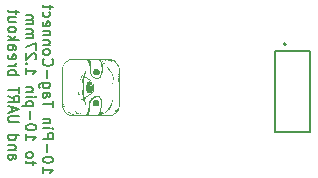
<source format=gbr>
%TF.GenerationSoftware,KiCad,Pcbnew,8.0.3*%
%TF.CreationDate,2024-06-23T22:17:52-05:00*%
%TF.ProjectId,TagConnectAdapter,54616743-6f6e-46e6-9563-744164617074,rev?*%
%TF.SameCoordinates,Original*%
%TF.FileFunction,Legend,Bot*%
%TF.FilePolarity,Positive*%
%FSLAX46Y46*%
G04 Gerber Fmt 4.6, Leading zero omitted, Abs format (unit mm)*
G04 Created by KiCad (PCBNEW 8.0.3) date 2024-06-23 22:17:52*
%MOMM*%
%LPD*%
G01*
G04 APERTURE LIST*
%ADD10C,0.150000*%
%ADD11C,0.000000*%
%ADD12C,0.200000*%
%ADD13C,0.127000*%
G04 APERTURE END LIST*
D10*
X134865842Y-94025000D02*
X134865842Y-94539286D01*
X134865842Y-94282143D02*
X135765842Y-94282143D01*
X135765842Y-94282143D02*
X135637271Y-94367857D01*
X135637271Y-94367857D02*
X135551557Y-94453572D01*
X135551557Y-94453572D02*
X135508700Y-94539286D01*
X135765842Y-93467857D02*
X135765842Y-93382143D01*
X135765842Y-93382143D02*
X135722985Y-93296429D01*
X135722985Y-93296429D02*
X135680128Y-93253572D01*
X135680128Y-93253572D02*
X135594414Y-93210714D01*
X135594414Y-93210714D02*
X135422985Y-93167857D01*
X135422985Y-93167857D02*
X135208700Y-93167857D01*
X135208700Y-93167857D02*
X135037271Y-93210714D01*
X135037271Y-93210714D02*
X134951557Y-93253572D01*
X134951557Y-93253572D02*
X134908700Y-93296429D01*
X134908700Y-93296429D02*
X134865842Y-93382143D01*
X134865842Y-93382143D02*
X134865842Y-93467857D01*
X134865842Y-93467857D02*
X134908700Y-93553572D01*
X134908700Y-93553572D02*
X134951557Y-93596429D01*
X134951557Y-93596429D02*
X135037271Y-93639286D01*
X135037271Y-93639286D02*
X135208700Y-93682143D01*
X135208700Y-93682143D02*
X135422985Y-93682143D01*
X135422985Y-93682143D02*
X135594414Y-93639286D01*
X135594414Y-93639286D02*
X135680128Y-93596429D01*
X135680128Y-93596429D02*
X135722985Y-93553572D01*
X135722985Y-93553572D02*
X135765842Y-93467857D01*
X135208700Y-92782143D02*
X135208700Y-92096429D01*
X134865842Y-91667857D02*
X135765842Y-91667857D01*
X135765842Y-91667857D02*
X135765842Y-91325000D01*
X135765842Y-91325000D02*
X135722985Y-91239285D01*
X135722985Y-91239285D02*
X135680128Y-91196428D01*
X135680128Y-91196428D02*
X135594414Y-91153571D01*
X135594414Y-91153571D02*
X135465842Y-91153571D01*
X135465842Y-91153571D02*
X135380128Y-91196428D01*
X135380128Y-91196428D02*
X135337271Y-91239285D01*
X135337271Y-91239285D02*
X135294414Y-91325000D01*
X135294414Y-91325000D02*
X135294414Y-91667857D01*
X134865842Y-90767857D02*
X135465842Y-90767857D01*
X135765842Y-90767857D02*
X135722985Y-90810714D01*
X135722985Y-90810714D02*
X135680128Y-90767857D01*
X135680128Y-90767857D02*
X135722985Y-90725000D01*
X135722985Y-90725000D02*
X135765842Y-90767857D01*
X135765842Y-90767857D02*
X135680128Y-90767857D01*
X135465842Y-90339286D02*
X134865842Y-90339286D01*
X135380128Y-90339286D02*
X135422985Y-90296429D01*
X135422985Y-90296429D02*
X135465842Y-90210714D01*
X135465842Y-90210714D02*
X135465842Y-90082143D01*
X135465842Y-90082143D02*
X135422985Y-89996429D01*
X135422985Y-89996429D02*
X135337271Y-89953572D01*
X135337271Y-89953572D02*
X134865842Y-89953572D01*
X135765842Y-88967857D02*
X135765842Y-88453572D01*
X134865842Y-88710714D02*
X135765842Y-88710714D01*
X134865842Y-87767858D02*
X135337271Y-87767858D01*
X135337271Y-87767858D02*
X135422985Y-87810715D01*
X135422985Y-87810715D02*
X135465842Y-87896429D01*
X135465842Y-87896429D02*
X135465842Y-88067858D01*
X135465842Y-88067858D02*
X135422985Y-88153572D01*
X134908700Y-87767858D02*
X134865842Y-87853572D01*
X134865842Y-87853572D02*
X134865842Y-88067858D01*
X134865842Y-88067858D02*
X134908700Y-88153572D01*
X134908700Y-88153572D02*
X134994414Y-88196429D01*
X134994414Y-88196429D02*
X135080128Y-88196429D01*
X135080128Y-88196429D02*
X135165842Y-88153572D01*
X135165842Y-88153572D02*
X135208700Y-88067858D01*
X135208700Y-88067858D02*
X135208700Y-87853572D01*
X135208700Y-87853572D02*
X135251557Y-87767858D01*
X135465842Y-86953572D02*
X134737271Y-86953572D01*
X134737271Y-86953572D02*
X134651557Y-86996429D01*
X134651557Y-86996429D02*
X134608700Y-87039286D01*
X134608700Y-87039286D02*
X134565842Y-87125000D01*
X134565842Y-87125000D02*
X134565842Y-87253572D01*
X134565842Y-87253572D02*
X134608700Y-87339286D01*
X134908700Y-86953572D02*
X134865842Y-87039286D01*
X134865842Y-87039286D02*
X134865842Y-87210714D01*
X134865842Y-87210714D02*
X134908700Y-87296429D01*
X134908700Y-87296429D02*
X134951557Y-87339286D01*
X134951557Y-87339286D02*
X135037271Y-87382143D01*
X135037271Y-87382143D02*
X135294414Y-87382143D01*
X135294414Y-87382143D02*
X135380128Y-87339286D01*
X135380128Y-87339286D02*
X135422985Y-87296429D01*
X135422985Y-87296429D02*
X135465842Y-87210714D01*
X135465842Y-87210714D02*
X135465842Y-87039286D01*
X135465842Y-87039286D02*
X135422985Y-86953572D01*
X135208700Y-86525000D02*
X135208700Y-85839286D01*
X134951557Y-84896428D02*
X134908700Y-84939285D01*
X134908700Y-84939285D02*
X134865842Y-85067857D01*
X134865842Y-85067857D02*
X134865842Y-85153571D01*
X134865842Y-85153571D02*
X134908700Y-85282142D01*
X134908700Y-85282142D02*
X134994414Y-85367857D01*
X134994414Y-85367857D02*
X135080128Y-85410714D01*
X135080128Y-85410714D02*
X135251557Y-85453571D01*
X135251557Y-85453571D02*
X135380128Y-85453571D01*
X135380128Y-85453571D02*
X135551557Y-85410714D01*
X135551557Y-85410714D02*
X135637271Y-85367857D01*
X135637271Y-85367857D02*
X135722985Y-85282142D01*
X135722985Y-85282142D02*
X135765842Y-85153571D01*
X135765842Y-85153571D02*
X135765842Y-85067857D01*
X135765842Y-85067857D02*
X135722985Y-84939285D01*
X135722985Y-84939285D02*
X135680128Y-84896428D01*
X134865842Y-84382142D02*
X134908700Y-84467857D01*
X134908700Y-84467857D02*
X134951557Y-84510714D01*
X134951557Y-84510714D02*
X135037271Y-84553571D01*
X135037271Y-84553571D02*
X135294414Y-84553571D01*
X135294414Y-84553571D02*
X135380128Y-84510714D01*
X135380128Y-84510714D02*
X135422985Y-84467857D01*
X135422985Y-84467857D02*
X135465842Y-84382142D01*
X135465842Y-84382142D02*
X135465842Y-84253571D01*
X135465842Y-84253571D02*
X135422985Y-84167857D01*
X135422985Y-84167857D02*
X135380128Y-84125000D01*
X135380128Y-84125000D02*
X135294414Y-84082142D01*
X135294414Y-84082142D02*
X135037271Y-84082142D01*
X135037271Y-84082142D02*
X134951557Y-84125000D01*
X134951557Y-84125000D02*
X134908700Y-84167857D01*
X134908700Y-84167857D02*
X134865842Y-84253571D01*
X134865842Y-84253571D02*
X134865842Y-84382142D01*
X135465842Y-83696428D02*
X134865842Y-83696428D01*
X135380128Y-83696428D02*
X135422985Y-83653571D01*
X135422985Y-83653571D02*
X135465842Y-83567856D01*
X135465842Y-83567856D02*
X135465842Y-83439285D01*
X135465842Y-83439285D02*
X135422985Y-83353571D01*
X135422985Y-83353571D02*
X135337271Y-83310714D01*
X135337271Y-83310714D02*
X134865842Y-83310714D01*
X135465842Y-82882142D02*
X134865842Y-82882142D01*
X135380128Y-82882142D02*
X135422985Y-82839285D01*
X135422985Y-82839285D02*
X135465842Y-82753570D01*
X135465842Y-82753570D02*
X135465842Y-82624999D01*
X135465842Y-82624999D02*
X135422985Y-82539285D01*
X135422985Y-82539285D02*
X135337271Y-82496428D01*
X135337271Y-82496428D02*
X134865842Y-82496428D01*
X134908700Y-81724999D02*
X134865842Y-81810713D01*
X134865842Y-81810713D02*
X134865842Y-81982142D01*
X134865842Y-81982142D02*
X134908700Y-82067856D01*
X134908700Y-82067856D02*
X134994414Y-82110713D01*
X134994414Y-82110713D02*
X135337271Y-82110713D01*
X135337271Y-82110713D02*
X135422985Y-82067856D01*
X135422985Y-82067856D02*
X135465842Y-81982142D01*
X135465842Y-81982142D02*
X135465842Y-81810713D01*
X135465842Y-81810713D02*
X135422985Y-81724999D01*
X135422985Y-81724999D02*
X135337271Y-81682142D01*
X135337271Y-81682142D02*
X135251557Y-81682142D01*
X135251557Y-81682142D02*
X135165842Y-82110713D01*
X134908700Y-80910713D02*
X134865842Y-80996427D01*
X134865842Y-80996427D02*
X134865842Y-81167855D01*
X134865842Y-81167855D02*
X134908700Y-81253570D01*
X134908700Y-81253570D02*
X134951557Y-81296427D01*
X134951557Y-81296427D02*
X135037271Y-81339284D01*
X135037271Y-81339284D02*
X135294414Y-81339284D01*
X135294414Y-81339284D02*
X135380128Y-81296427D01*
X135380128Y-81296427D02*
X135422985Y-81253570D01*
X135422985Y-81253570D02*
X135465842Y-81167855D01*
X135465842Y-81167855D02*
X135465842Y-80996427D01*
X135465842Y-80996427D02*
X135422985Y-80910713D01*
X135465842Y-80653569D02*
X135465842Y-80310712D01*
X135765842Y-80524998D02*
X134994414Y-80524998D01*
X134994414Y-80524998D02*
X134908700Y-80482141D01*
X134908700Y-80482141D02*
X134865842Y-80396426D01*
X134865842Y-80396426D02*
X134865842Y-80310712D01*
X134016892Y-93874999D02*
X134016892Y-93532142D01*
X134316892Y-93746428D02*
X133545464Y-93746428D01*
X133545464Y-93746428D02*
X133459750Y-93703571D01*
X133459750Y-93703571D02*
X133416892Y-93617856D01*
X133416892Y-93617856D02*
X133416892Y-93532142D01*
X133416892Y-93103570D02*
X133459750Y-93189285D01*
X133459750Y-93189285D02*
X133502607Y-93232142D01*
X133502607Y-93232142D02*
X133588321Y-93274999D01*
X133588321Y-93274999D02*
X133845464Y-93274999D01*
X133845464Y-93274999D02*
X133931178Y-93232142D01*
X133931178Y-93232142D02*
X133974035Y-93189285D01*
X133974035Y-93189285D02*
X134016892Y-93103570D01*
X134016892Y-93103570D02*
X134016892Y-92974999D01*
X134016892Y-92974999D02*
X133974035Y-92889285D01*
X133974035Y-92889285D02*
X133931178Y-92846428D01*
X133931178Y-92846428D02*
X133845464Y-92803570D01*
X133845464Y-92803570D02*
X133588321Y-92803570D01*
X133588321Y-92803570D02*
X133502607Y-92846428D01*
X133502607Y-92846428D02*
X133459750Y-92889285D01*
X133459750Y-92889285D02*
X133416892Y-92974999D01*
X133416892Y-92974999D02*
X133416892Y-93103570D01*
X133416892Y-91260713D02*
X133416892Y-91774999D01*
X133416892Y-91517856D02*
X134316892Y-91517856D01*
X134316892Y-91517856D02*
X134188321Y-91603570D01*
X134188321Y-91603570D02*
X134102607Y-91689285D01*
X134102607Y-91689285D02*
X134059750Y-91774999D01*
X134316892Y-90703570D02*
X134316892Y-90617856D01*
X134316892Y-90617856D02*
X134274035Y-90532142D01*
X134274035Y-90532142D02*
X134231178Y-90489285D01*
X134231178Y-90489285D02*
X134145464Y-90446427D01*
X134145464Y-90446427D02*
X133974035Y-90403570D01*
X133974035Y-90403570D02*
X133759750Y-90403570D01*
X133759750Y-90403570D02*
X133588321Y-90446427D01*
X133588321Y-90446427D02*
X133502607Y-90489285D01*
X133502607Y-90489285D02*
X133459750Y-90532142D01*
X133459750Y-90532142D02*
X133416892Y-90617856D01*
X133416892Y-90617856D02*
X133416892Y-90703570D01*
X133416892Y-90703570D02*
X133459750Y-90789285D01*
X133459750Y-90789285D02*
X133502607Y-90832142D01*
X133502607Y-90832142D02*
X133588321Y-90874999D01*
X133588321Y-90874999D02*
X133759750Y-90917856D01*
X133759750Y-90917856D02*
X133974035Y-90917856D01*
X133974035Y-90917856D02*
X134145464Y-90874999D01*
X134145464Y-90874999D02*
X134231178Y-90832142D01*
X134231178Y-90832142D02*
X134274035Y-90789285D01*
X134274035Y-90789285D02*
X134316892Y-90703570D01*
X133759750Y-90017856D02*
X133759750Y-89332142D01*
X134016892Y-88903570D02*
X133116892Y-88903570D01*
X133974035Y-88903570D02*
X134016892Y-88817856D01*
X134016892Y-88817856D02*
X134016892Y-88646427D01*
X134016892Y-88646427D02*
X133974035Y-88560713D01*
X133974035Y-88560713D02*
X133931178Y-88517856D01*
X133931178Y-88517856D02*
X133845464Y-88474998D01*
X133845464Y-88474998D02*
X133588321Y-88474998D01*
X133588321Y-88474998D02*
X133502607Y-88517856D01*
X133502607Y-88517856D02*
X133459750Y-88560713D01*
X133459750Y-88560713D02*
X133416892Y-88646427D01*
X133416892Y-88646427D02*
X133416892Y-88817856D01*
X133416892Y-88817856D02*
X133459750Y-88903570D01*
X133416892Y-88089284D02*
X134016892Y-88089284D01*
X134316892Y-88089284D02*
X134274035Y-88132141D01*
X134274035Y-88132141D02*
X134231178Y-88089284D01*
X134231178Y-88089284D02*
X134274035Y-88046427D01*
X134274035Y-88046427D02*
X134316892Y-88089284D01*
X134316892Y-88089284D02*
X134231178Y-88089284D01*
X134016892Y-87660713D02*
X133416892Y-87660713D01*
X133931178Y-87660713D02*
X133974035Y-87617856D01*
X133974035Y-87617856D02*
X134016892Y-87532141D01*
X134016892Y-87532141D02*
X134016892Y-87403570D01*
X134016892Y-87403570D02*
X133974035Y-87317856D01*
X133974035Y-87317856D02*
X133888321Y-87274999D01*
X133888321Y-87274999D02*
X133416892Y-87274999D01*
X133416892Y-85689284D02*
X133416892Y-86203570D01*
X133416892Y-85946427D02*
X134316892Y-85946427D01*
X134316892Y-85946427D02*
X134188321Y-86032141D01*
X134188321Y-86032141D02*
X134102607Y-86117856D01*
X134102607Y-86117856D02*
X134059750Y-86203570D01*
X133502607Y-85303570D02*
X133459750Y-85260713D01*
X133459750Y-85260713D02*
X133416892Y-85303570D01*
X133416892Y-85303570D02*
X133459750Y-85346427D01*
X133459750Y-85346427D02*
X133502607Y-85303570D01*
X133502607Y-85303570D02*
X133416892Y-85303570D01*
X134231178Y-84917856D02*
X134274035Y-84874999D01*
X134274035Y-84874999D02*
X134316892Y-84789285D01*
X134316892Y-84789285D02*
X134316892Y-84574999D01*
X134316892Y-84574999D02*
X134274035Y-84489285D01*
X134274035Y-84489285D02*
X134231178Y-84446427D01*
X134231178Y-84446427D02*
X134145464Y-84403570D01*
X134145464Y-84403570D02*
X134059750Y-84403570D01*
X134059750Y-84403570D02*
X133931178Y-84446427D01*
X133931178Y-84446427D02*
X133416892Y-84960713D01*
X133416892Y-84960713D02*
X133416892Y-84403570D01*
X134316892Y-84103570D02*
X134316892Y-83503570D01*
X134316892Y-83503570D02*
X133416892Y-83889284D01*
X133416892Y-83160713D02*
X134016892Y-83160713D01*
X133931178Y-83160713D02*
X133974035Y-83117856D01*
X133974035Y-83117856D02*
X134016892Y-83032141D01*
X134016892Y-83032141D02*
X134016892Y-82903570D01*
X134016892Y-82903570D02*
X133974035Y-82817856D01*
X133974035Y-82817856D02*
X133888321Y-82774999D01*
X133888321Y-82774999D02*
X133416892Y-82774999D01*
X133888321Y-82774999D02*
X133974035Y-82732141D01*
X133974035Y-82732141D02*
X134016892Y-82646427D01*
X134016892Y-82646427D02*
X134016892Y-82517856D01*
X134016892Y-82517856D02*
X133974035Y-82432141D01*
X133974035Y-82432141D02*
X133888321Y-82389284D01*
X133888321Y-82389284D02*
X133416892Y-82389284D01*
X133416892Y-81960713D02*
X134016892Y-81960713D01*
X133931178Y-81960713D02*
X133974035Y-81917856D01*
X133974035Y-81917856D02*
X134016892Y-81832141D01*
X134016892Y-81832141D02*
X134016892Y-81703570D01*
X134016892Y-81703570D02*
X133974035Y-81617856D01*
X133974035Y-81617856D02*
X133888321Y-81574999D01*
X133888321Y-81574999D02*
X133416892Y-81574999D01*
X133888321Y-81574999D02*
X133974035Y-81532141D01*
X133974035Y-81532141D02*
X134016892Y-81446427D01*
X134016892Y-81446427D02*
X134016892Y-81317856D01*
X134016892Y-81317856D02*
X133974035Y-81232141D01*
X133974035Y-81232141D02*
X133888321Y-81189284D01*
X133888321Y-81189284D02*
X133416892Y-81189284D01*
X131967942Y-92996429D02*
X132439371Y-92996429D01*
X132439371Y-92996429D02*
X132525085Y-93039286D01*
X132525085Y-93039286D02*
X132567942Y-93125000D01*
X132567942Y-93125000D02*
X132567942Y-93296429D01*
X132567942Y-93296429D02*
X132525085Y-93382143D01*
X132010800Y-92996429D02*
X131967942Y-93082143D01*
X131967942Y-93082143D02*
X131967942Y-93296429D01*
X131967942Y-93296429D02*
X132010800Y-93382143D01*
X132010800Y-93382143D02*
X132096514Y-93425000D01*
X132096514Y-93425000D02*
X132182228Y-93425000D01*
X132182228Y-93425000D02*
X132267942Y-93382143D01*
X132267942Y-93382143D02*
X132310800Y-93296429D01*
X132310800Y-93296429D02*
X132310800Y-93082143D01*
X132310800Y-93082143D02*
X132353657Y-92996429D01*
X132567942Y-92567857D02*
X131967942Y-92567857D01*
X132482228Y-92567857D02*
X132525085Y-92525000D01*
X132525085Y-92525000D02*
X132567942Y-92439285D01*
X132567942Y-92439285D02*
X132567942Y-92310714D01*
X132567942Y-92310714D02*
X132525085Y-92225000D01*
X132525085Y-92225000D02*
X132439371Y-92182143D01*
X132439371Y-92182143D02*
X131967942Y-92182143D01*
X131967942Y-91367857D02*
X132867942Y-91367857D01*
X132010800Y-91367857D02*
X131967942Y-91453571D01*
X131967942Y-91453571D02*
X131967942Y-91624999D01*
X131967942Y-91624999D02*
X132010800Y-91710714D01*
X132010800Y-91710714D02*
X132053657Y-91753571D01*
X132053657Y-91753571D02*
X132139371Y-91796428D01*
X132139371Y-91796428D02*
X132396514Y-91796428D01*
X132396514Y-91796428D02*
X132482228Y-91753571D01*
X132482228Y-91753571D02*
X132525085Y-91710714D01*
X132525085Y-91710714D02*
X132567942Y-91624999D01*
X132567942Y-91624999D02*
X132567942Y-91453571D01*
X132567942Y-91453571D02*
X132525085Y-91367857D01*
X132867942Y-90253571D02*
X132139371Y-90253571D01*
X132139371Y-90253571D02*
X132053657Y-90210714D01*
X132053657Y-90210714D02*
X132010800Y-90167857D01*
X132010800Y-90167857D02*
X131967942Y-90082142D01*
X131967942Y-90082142D02*
X131967942Y-89910714D01*
X131967942Y-89910714D02*
X132010800Y-89824999D01*
X132010800Y-89824999D02*
X132053657Y-89782142D01*
X132053657Y-89782142D02*
X132139371Y-89739285D01*
X132139371Y-89739285D02*
X132867942Y-89739285D01*
X132225085Y-89353571D02*
X132225085Y-88925000D01*
X131967942Y-89439285D02*
X132867942Y-89139285D01*
X132867942Y-89139285D02*
X131967942Y-88839285D01*
X131967942Y-88024999D02*
X132396514Y-88324999D01*
X131967942Y-88539285D02*
X132867942Y-88539285D01*
X132867942Y-88539285D02*
X132867942Y-88196428D01*
X132867942Y-88196428D02*
X132825085Y-88110713D01*
X132825085Y-88110713D02*
X132782228Y-88067856D01*
X132782228Y-88067856D02*
X132696514Y-88024999D01*
X132696514Y-88024999D02*
X132567942Y-88024999D01*
X132567942Y-88024999D02*
X132482228Y-88067856D01*
X132482228Y-88067856D02*
X132439371Y-88110713D01*
X132439371Y-88110713D02*
X132396514Y-88196428D01*
X132396514Y-88196428D02*
X132396514Y-88539285D01*
X132867942Y-87767856D02*
X132867942Y-87253571D01*
X131967942Y-87510713D02*
X132867942Y-87510713D01*
X131967942Y-86267857D02*
X132867942Y-86267857D01*
X132525085Y-86267857D02*
X132567942Y-86182143D01*
X132567942Y-86182143D02*
X132567942Y-86010714D01*
X132567942Y-86010714D02*
X132525085Y-85925000D01*
X132525085Y-85925000D02*
X132482228Y-85882143D01*
X132482228Y-85882143D02*
X132396514Y-85839285D01*
X132396514Y-85839285D02*
X132139371Y-85839285D01*
X132139371Y-85839285D02*
X132053657Y-85882143D01*
X132053657Y-85882143D02*
X132010800Y-85925000D01*
X132010800Y-85925000D02*
X131967942Y-86010714D01*
X131967942Y-86010714D02*
X131967942Y-86182143D01*
X131967942Y-86182143D02*
X132010800Y-86267857D01*
X131967942Y-85453571D02*
X132567942Y-85453571D01*
X132396514Y-85453571D02*
X132482228Y-85410714D01*
X132482228Y-85410714D02*
X132525085Y-85367857D01*
X132525085Y-85367857D02*
X132567942Y-85282142D01*
X132567942Y-85282142D02*
X132567942Y-85196428D01*
X132010800Y-84553571D02*
X131967942Y-84639285D01*
X131967942Y-84639285D02*
X131967942Y-84810714D01*
X131967942Y-84810714D02*
X132010800Y-84896428D01*
X132010800Y-84896428D02*
X132096514Y-84939285D01*
X132096514Y-84939285D02*
X132439371Y-84939285D01*
X132439371Y-84939285D02*
X132525085Y-84896428D01*
X132525085Y-84896428D02*
X132567942Y-84810714D01*
X132567942Y-84810714D02*
X132567942Y-84639285D01*
X132567942Y-84639285D02*
X132525085Y-84553571D01*
X132525085Y-84553571D02*
X132439371Y-84510714D01*
X132439371Y-84510714D02*
X132353657Y-84510714D01*
X132353657Y-84510714D02*
X132267942Y-84939285D01*
X131967942Y-83739285D02*
X132439371Y-83739285D01*
X132439371Y-83739285D02*
X132525085Y-83782142D01*
X132525085Y-83782142D02*
X132567942Y-83867856D01*
X132567942Y-83867856D02*
X132567942Y-84039285D01*
X132567942Y-84039285D02*
X132525085Y-84124999D01*
X132010800Y-83739285D02*
X131967942Y-83824999D01*
X131967942Y-83824999D02*
X131967942Y-84039285D01*
X131967942Y-84039285D02*
X132010800Y-84124999D01*
X132010800Y-84124999D02*
X132096514Y-84167856D01*
X132096514Y-84167856D02*
X132182228Y-84167856D01*
X132182228Y-84167856D02*
X132267942Y-84124999D01*
X132267942Y-84124999D02*
X132310800Y-84039285D01*
X132310800Y-84039285D02*
X132310800Y-83824999D01*
X132310800Y-83824999D02*
X132353657Y-83739285D01*
X131967942Y-83310713D02*
X132867942Y-83310713D01*
X132310800Y-83224999D02*
X131967942Y-82967856D01*
X132567942Y-82967856D02*
X132225085Y-83310713D01*
X131967942Y-82453570D02*
X132010800Y-82539285D01*
X132010800Y-82539285D02*
X132053657Y-82582142D01*
X132053657Y-82582142D02*
X132139371Y-82624999D01*
X132139371Y-82624999D02*
X132396514Y-82624999D01*
X132396514Y-82624999D02*
X132482228Y-82582142D01*
X132482228Y-82582142D02*
X132525085Y-82539285D01*
X132525085Y-82539285D02*
X132567942Y-82453570D01*
X132567942Y-82453570D02*
X132567942Y-82324999D01*
X132567942Y-82324999D02*
X132525085Y-82239285D01*
X132525085Y-82239285D02*
X132482228Y-82196428D01*
X132482228Y-82196428D02*
X132396514Y-82153570D01*
X132396514Y-82153570D02*
X132139371Y-82153570D01*
X132139371Y-82153570D02*
X132053657Y-82196428D01*
X132053657Y-82196428D02*
X132010800Y-82239285D01*
X132010800Y-82239285D02*
X131967942Y-82324999D01*
X131967942Y-82324999D02*
X131967942Y-82453570D01*
X132567942Y-81382142D02*
X131967942Y-81382142D01*
X132567942Y-81767856D02*
X132096514Y-81767856D01*
X132096514Y-81767856D02*
X132010800Y-81724999D01*
X132010800Y-81724999D02*
X131967942Y-81639284D01*
X131967942Y-81639284D02*
X131967942Y-81510713D01*
X131967942Y-81510713D02*
X132010800Y-81424999D01*
X132010800Y-81424999D02*
X132053657Y-81382142D01*
X132567942Y-81082141D02*
X132567942Y-80739284D01*
X132867942Y-80953570D02*
X132096514Y-80953570D01*
X132096514Y-80953570D02*
X132010800Y-80910713D01*
X132010800Y-80910713D02*
X131967942Y-80824998D01*
X131967942Y-80824998D02*
X131967942Y-80739284D01*
D11*
%TO.C,G\u002A\u002A\u002A*%
G36*
X139234181Y-84859800D02*
G01*
X139425118Y-84860260D01*
X139609595Y-84860955D01*
X139784983Y-84861884D01*
X139948650Y-84863048D01*
X140097968Y-84864448D01*
X140230306Y-84866082D01*
X140343034Y-84867951D01*
X140433523Y-84870055D01*
X140499142Y-84872395D01*
X140537262Y-84874969D01*
X140643399Y-84892752D01*
X140804183Y-84943280D01*
X140950867Y-85019571D01*
X141081326Y-85120166D01*
X141193434Y-85243606D01*
X141285068Y-85388432D01*
X141290658Y-85399113D01*
X141306216Y-85428577D01*
X141320064Y-85455643D01*
X141332301Y-85482118D01*
X141343027Y-85509810D01*
X141352342Y-85540525D01*
X141360344Y-85576071D01*
X141367133Y-85618255D01*
X141372808Y-85668884D01*
X141377469Y-85729764D01*
X141381214Y-85802704D01*
X141384143Y-85889510D01*
X141386356Y-85991990D01*
X141387952Y-86111950D01*
X141389029Y-86251198D01*
X141389688Y-86411540D01*
X141390028Y-86594784D01*
X141390148Y-86802738D01*
X141390147Y-87037207D01*
X141390124Y-87300000D01*
X141390123Y-87344358D01*
X141390063Y-87599084D01*
X141389893Y-87825695D01*
X141389592Y-88025928D01*
X141389134Y-88201516D01*
X141388498Y-88354193D01*
X141387658Y-88485693D01*
X141386593Y-88597751D01*
X141385277Y-88692100D01*
X141383689Y-88770475D01*
X141381804Y-88834609D01*
X141379600Y-88886237D01*
X141377052Y-88927094D01*
X141374137Y-88958912D01*
X141370832Y-88983427D01*
X141367113Y-89002373D01*
X141361513Y-89024871D01*
X141306503Y-89176653D01*
X141225759Y-89316200D01*
X141121889Y-89440806D01*
X140997496Y-89547765D01*
X140855188Y-89634369D01*
X140697568Y-89697911D01*
X140584579Y-89733037D01*
X139760353Y-89733037D01*
X138950000Y-89733037D01*
X138913509Y-89733037D01*
X137315421Y-89733037D01*
X137202432Y-89697911D01*
X137193568Y-89695114D01*
X137033876Y-89629293D01*
X136891027Y-89540568D01*
X136767225Y-89431226D01*
X136664673Y-89303555D01*
X136585577Y-89159842D01*
X136532138Y-89002373D01*
X136529379Y-88987565D01*
X136526340Y-88960579D01*
X136523644Y-88922311D01*
X136521269Y-88871190D01*
X136519351Y-88810521D01*
X136584757Y-88810521D01*
X136590220Y-88817629D01*
X136613905Y-88832284D01*
X136644514Y-88845790D01*
X136668920Y-88851720D01*
X136671970Y-88852358D01*
X136693574Y-88863595D01*
X136725027Y-88884048D01*
X136757478Y-88907425D01*
X136782074Y-88927431D01*
X136789965Y-88937774D01*
X136780887Y-88938785D01*
X136746936Y-88933458D01*
X136693519Y-88920978D01*
X136626186Y-88902537D01*
X136622027Y-88901474D01*
X136604572Y-88905809D01*
X136599822Y-88933564D01*
X136602704Y-88959306D01*
X136611121Y-88972276D01*
X136619366Y-88984253D01*
X136623893Y-89014875D01*
X136624328Y-89022068D01*
X136640150Y-89087558D01*
X136675070Y-89164646D01*
X136724979Y-89247153D01*
X136785766Y-89328899D01*
X136853321Y-89403706D01*
X136923534Y-89465393D01*
X136933957Y-89473215D01*
X137030399Y-89538324D01*
X137116118Y-89580215D01*
X137196832Y-89600389D01*
X137278259Y-89600348D01*
X137366118Y-89581592D01*
X137394961Y-89574397D01*
X137440222Y-89568114D01*
X137476831Y-89568420D01*
X137497805Y-89574997D01*
X137496161Y-89587526D01*
X137483457Y-89594301D01*
X137448405Y-89607491D01*
X137400868Y-89622588D01*
X137385764Y-89627136D01*
X137370281Y-89632591D01*
X137363827Y-89637000D01*
X137368748Y-89640483D01*
X137387388Y-89643159D01*
X137422091Y-89645147D01*
X137475202Y-89646567D01*
X137549065Y-89647538D01*
X137646025Y-89648180D01*
X137768427Y-89648611D01*
X137918614Y-89648952D01*
X138521807Y-89650178D01*
X138533029Y-89631599D01*
X138744280Y-89631599D01*
X138746237Y-89636726D01*
X138761039Y-89641380D01*
X138791988Y-89644690D01*
X138841880Y-89646765D01*
X138913509Y-89647714D01*
X139009668Y-89647644D01*
X139133154Y-89646665D01*
X139529900Y-89642645D01*
X139609232Y-89484460D01*
X139610728Y-89481473D01*
X139691442Y-89303562D01*
X139749450Y-89135028D01*
X139786536Y-88967863D01*
X139804484Y-88794063D01*
X139805078Y-88605621D01*
X139804562Y-88592746D01*
X139793732Y-88451502D01*
X139773552Y-88337769D01*
X139742661Y-88250091D01*
X139699697Y-88187017D01*
X139643298Y-88147092D01*
X139572105Y-88128864D01*
X139484755Y-88130878D01*
X139379886Y-88151682D01*
X139313669Y-88172347D01*
X139192054Y-88230470D01*
X139087488Y-88308554D01*
X139003668Y-88403540D01*
X138944287Y-88512368D01*
X138934916Y-88536736D01*
X138923188Y-88572017D01*
X138913169Y-88610705D01*
X138904336Y-88656607D01*
X138896165Y-88713532D01*
X138888130Y-88785290D01*
X138879709Y-88875688D01*
X138870377Y-88988536D01*
X138859609Y-89127641D01*
X138858865Y-89137305D01*
X138849150Y-89240500D01*
X138836948Y-89324380D01*
X138820482Y-89398931D01*
X138797976Y-89474142D01*
X138786285Y-89509294D01*
X138767054Y-89566441D01*
X138752217Y-89609659D01*
X138744280Y-89631599D01*
X138533029Y-89631599D01*
X138569579Y-89571086D01*
X138576322Y-89559702D01*
X138636037Y-89437942D01*
X138688233Y-89293364D01*
X138731251Y-89132089D01*
X138763431Y-88960237D01*
X138783111Y-88783927D01*
X138799200Y-88637522D01*
X138826519Y-88509316D01*
X138866581Y-88399666D01*
X138921299Y-88303384D01*
X138992583Y-88215279D01*
X139002060Y-88205402D01*
X139093274Y-88131110D01*
X139205465Y-88073226D01*
X139341696Y-88030126D01*
X139431654Y-88011359D01*
X139535008Y-88001353D01*
X139620403Y-88010198D01*
X139691865Y-88039022D01*
X139753418Y-88088953D01*
X139809090Y-88161120D01*
X139827248Y-88190278D01*
X139856048Y-88244761D01*
X139876459Y-88300176D01*
X139889501Y-88362327D01*
X139896196Y-88437018D01*
X139897566Y-88530052D01*
X139894631Y-88647234D01*
X139888215Y-88769855D01*
X139865714Y-88982194D01*
X139828465Y-89176547D01*
X139775167Y-89358988D01*
X139704522Y-89535591D01*
X139700009Y-89545619D01*
X139679325Y-89594222D01*
X139666137Y-89629781D01*
X139663127Y-89645195D01*
X139666474Y-89643672D01*
X139684211Y-89624779D01*
X139713077Y-89588959D01*
X139748841Y-89541340D01*
X139780232Y-89500676D01*
X139813175Y-89465077D01*
X139832223Y-89453047D01*
X139835544Y-89464038D01*
X139821303Y-89497505D01*
X139787670Y-89552902D01*
X139764174Y-89588558D01*
X139742984Y-89623243D01*
X139736248Y-89641641D01*
X139742520Y-89648902D01*
X139760353Y-89650178D01*
X139775762Y-89643584D01*
X139805272Y-89609988D01*
X139842387Y-89548488D01*
X139845372Y-89542993D01*
X139875258Y-89489685D01*
X139902099Y-89444483D01*
X139920404Y-89416667D01*
X139935043Y-89398772D01*
X139942320Y-89400028D01*
X139943827Y-89428566D01*
X139936768Y-89469040D01*
X139916494Y-89523945D01*
X139888257Y-89579525D01*
X139857357Y-89623814D01*
X139856379Y-89624942D01*
X139851270Y-89632897D01*
X139853426Y-89638978D01*
X139866113Y-89643432D01*
X139892598Y-89646509D01*
X139936147Y-89648455D01*
X140000028Y-89649520D01*
X140087505Y-89649952D01*
X140201847Y-89649999D01*
X140289357Y-89649732D01*
X140403289Y-89648354D01*
X140492980Y-89645647D01*
X140562007Y-89641437D01*
X140613945Y-89635546D01*
X140652373Y-89627799D01*
X140707717Y-89610011D01*
X140787750Y-89577079D01*
X140868912Y-89537339D01*
X140941163Y-89495792D01*
X140994462Y-89457438D01*
X141042778Y-89415550D01*
X140992314Y-89299464D01*
X140979824Y-89270228D01*
X140960506Y-89220640D01*
X140955183Y-89197730D01*
X140963837Y-89201504D01*
X140986451Y-89231967D01*
X141023007Y-89289127D01*
X141025095Y-89292506D01*
X141052616Y-89336213D01*
X141073061Y-89367219D01*
X141082141Y-89379004D01*
X141091157Y-89369097D01*
X141109140Y-89343381D01*
X141115071Y-89333996D01*
X141123633Y-89311829D01*
X141117622Y-89288675D01*
X141095264Y-89252990D01*
X141072979Y-89216172D01*
X141069980Y-89200390D01*
X141086254Y-89207306D01*
X141120990Y-89237411D01*
X141128495Y-89244563D01*
X141152315Y-89264550D01*
X141165643Y-89265117D01*
X141177257Y-89247899D01*
X141183619Y-89230671D01*
X141178836Y-89197409D01*
X141174397Y-89189962D01*
X141165157Y-89166616D01*
X141169385Y-89159857D01*
X141185318Y-89175613D01*
X141188154Y-89179448D01*
X141201892Y-89193020D01*
X141213837Y-89185975D01*
X141231355Y-89155016D01*
X141232550Y-89152643D01*
X141249181Y-89111745D01*
X141268282Y-89054156D01*
X141285954Y-88991552D01*
X141290864Y-88971421D01*
X141295791Y-88947589D01*
X141300008Y-88920832D01*
X141303570Y-88888884D01*
X141306531Y-88849478D01*
X141308947Y-88800346D01*
X141310872Y-88739222D01*
X141312362Y-88663838D01*
X141313472Y-88571926D01*
X141314256Y-88461220D01*
X141314771Y-88329453D01*
X141315070Y-88174356D01*
X141315209Y-87993664D01*
X141315243Y-87785108D01*
X141315243Y-86693186D01*
X141275512Y-86751733D01*
X141229525Y-86817556D01*
X141190074Y-86868916D01*
X141164381Y-86895294D01*
X141152979Y-86896065D01*
X141153894Y-86878759D01*
X141171058Y-86836085D01*
X141205838Y-86773955D01*
X141257160Y-86694451D01*
X141265898Y-86681239D01*
X141302849Y-86612393D01*
X141314840Y-86558864D01*
X141314647Y-86544506D01*
X141312557Y-86527280D01*
X141305258Y-86528461D01*
X141289218Y-86550463D01*
X141260900Y-86595700D01*
X141233037Y-86637801D01*
X141204976Y-86672075D01*
X141186385Y-86684315D01*
X141179656Y-86672265D01*
X141181760Y-86665890D01*
X141195120Y-86637286D01*
X141218078Y-86592142D01*
X141247450Y-86536820D01*
X141253678Y-86525141D01*
X141285986Y-86458074D01*
X141307456Y-86401644D01*
X141315243Y-86363130D01*
X141315243Y-86314824D01*
X141268744Y-86378052D01*
X141253244Y-86398202D01*
X141222490Y-86431072D01*
X141202103Y-86441789D01*
X141194721Y-86428552D01*
X141194841Y-86427563D01*
X141204232Y-86406995D01*
X141225667Y-86369561D01*
X141254982Y-86322587D01*
X141257190Y-86319149D01*
X141286522Y-86268988D01*
X141307333Y-86225265D01*
X141315243Y-86197103D01*
X141315233Y-86191515D01*
X141313224Y-86174699D01*
X141302949Y-86177417D01*
X141277580Y-86200237D01*
X141276102Y-86201620D01*
X141249636Y-86223134D01*
X141241378Y-86222509D01*
X141251256Y-86201483D01*
X141279195Y-86161796D01*
X141290833Y-86146191D01*
X141302333Y-86127209D01*
X141309784Y-86105363D01*
X141313813Y-86075203D01*
X141315049Y-86031277D01*
X141314121Y-85968136D01*
X141311658Y-85880328D01*
X141309107Y-85808622D01*
X141304094Y-85723188D01*
X141296882Y-85656396D01*
X141286655Y-85601399D01*
X141272602Y-85551345D01*
X141258994Y-85513001D01*
X141191118Y-85376374D01*
X141099370Y-85253048D01*
X140987541Y-85146229D01*
X140859427Y-85059125D01*
X140718820Y-84994944D01*
X140569514Y-84956892D01*
X140509253Y-84947434D01*
X140589244Y-84994642D01*
X140608497Y-85006712D01*
X140655208Y-85040164D01*
X140703975Y-85079418D01*
X140749553Y-85119715D01*
X140786697Y-85156296D01*
X140810165Y-85184400D01*
X140814711Y-85199268D01*
X140813275Y-85199811D01*
X140793798Y-85192385D01*
X140758287Y-85171100D01*
X140713203Y-85139746D01*
X140701754Y-85131431D01*
X140641284Y-85090290D01*
X140575174Y-85048906D01*
X140509529Y-85010723D01*
X140450456Y-84979185D01*
X140404062Y-84957737D01*
X140376454Y-84949822D01*
X140372138Y-84956945D01*
X140387837Y-84980398D01*
X140423505Y-85017600D01*
X140494188Y-85085379D01*
X140374030Y-85017600D01*
X140309708Y-84984093D01*
X140247698Y-84958745D01*
X140204095Y-84949822D01*
X140154318Y-84949822D01*
X140187595Y-84994833D01*
X140198855Y-85010867D01*
X140212619Y-85038929D01*
X140204239Y-85047145D01*
X140174150Y-85035455D01*
X140122785Y-85003800D01*
X140095457Y-84985803D01*
X140059597Y-84965911D01*
X140025083Y-84955128D01*
X139981429Y-84950688D01*
X139918143Y-84949822D01*
X139901018Y-84949851D01*
X139840993Y-84951602D01*
X139807164Y-84958670D01*
X139796320Y-84974652D01*
X139805251Y-85003145D01*
X139830746Y-85047746D01*
X139869887Y-85113158D01*
X139895520Y-85159254D01*
X139910119Y-85191607D01*
X139916308Y-85216031D01*
X139916709Y-85238345D01*
X139916621Y-85245371D01*
X139920721Y-85284989D01*
X139930409Y-85341140D01*
X139944074Y-85404063D01*
X139951457Y-85437889D01*
X139970085Y-85576810D01*
X139974867Y-85728057D01*
X139965825Y-85880269D01*
X139942977Y-86022083D01*
X139926472Y-86085774D01*
X139889151Y-86195232D01*
X139843015Y-86301320D01*
X139792089Y-86395177D01*
X139740401Y-86467942D01*
X139727887Y-86481627D01*
X139656067Y-86535259D01*
X139570432Y-86566941D01*
X139505076Y-86574402D01*
X139475384Y-86577791D01*
X139375322Y-86568926D01*
X139274646Y-86541465D01*
X139177757Y-86496527D01*
X139089055Y-86435230D01*
X139012940Y-86358692D01*
X138953813Y-86268031D01*
X138942570Y-86245286D01*
X138917183Y-86187725D01*
X138897945Y-86130659D01*
X138883645Y-86067960D01*
X138873071Y-85993506D01*
X138865012Y-85901171D01*
X138858257Y-85784831D01*
X138855071Y-85726911D01*
X138844588Y-85590000D01*
X138831361Y-85480097D01*
X138815556Y-85398715D01*
X138814019Y-85392855D01*
X138789154Y-85316301D01*
X138753652Y-85227468D01*
X138712203Y-85136679D01*
X138669494Y-85054258D01*
X138630212Y-84990529D01*
X138614751Y-84968654D01*
X138876178Y-84968654D01*
X138880375Y-84987554D01*
X138892178Y-85027623D01*
X138908658Y-85077877D01*
X138908724Y-85078071D01*
X138917938Y-85107781D01*
X138925369Y-85139910D01*
X138931325Y-85178416D01*
X138936116Y-85227259D01*
X138940051Y-85290397D01*
X138943438Y-85371787D01*
X138946586Y-85475389D01*
X138949804Y-85605160D01*
X138950726Y-85643961D01*
X138954101Y-85769723D01*
X138957609Y-85870012D01*
X138961513Y-85948495D01*
X138966071Y-86008838D01*
X138971547Y-86054709D01*
X138978201Y-86089773D01*
X138986293Y-86117698D01*
X139009419Y-86172887D01*
X139069032Y-86268857D01*
X139145713Y-86352493D01*
X139233550Y-86417867D01*
X139326631Y-86459047D01*
X139373062Y-86468510D01*
X139438408Y-86475910D01*
X139505076Y-86478799D01*
X139531095Y-86478747D01*
X139579528Y-86476955D01*
X139610074Y-86470643D01*
X139631497Y-86457133D01*
X139652566Y-86433749D01*
X139663204Y-86419159D01*
X139690657Y-86374958D01*
X139723259Y-86316665D01*
X139756037Y-86252966D01*
X139786713Y-86187332D01*
X139811366Y-86122201D01*
X139827209Y-86058092D01*
X139838250Y-85981791D01*
X139849561Y-85848310D01*
X139848672Y-85640777D01*
X139822842Y-85443692D01*
X139771266Y-85251939D01*
X139693137Y-85060402D01*
X139640649Y-84949822D01*
X139257662Y-84949822D01*
X139193621Y-84949898D01*
X139084759Y-84950566D01*
X139001933Y-84952038D01*
X138942401Y-84954447D01*
X138903424Y-84957929D01*
X138882263Y-84962620D01*
X138876178Y-84968654D01*
X138614751Y-84968654D01*
X138600419Y-84948377D01*
X137935322Y-84953330D01*
X137894438Y-84953635D01*
X137742106Y-84954838D01*
X137616183Y-84956045D01*
X137513671Y-84957413D01*
X137431571Y-84959099D01*
X137366884Y-84961260D01*
X137316610Y-84964052D01*
X137277751Y-84967631D01*
X137247307Y-84972155D01*
X137222280Y-84977780D01*
X137199670Y-84984663D01*
X137176478Y-84992960D01*
X137165657Y-84997042D01*
X137021086Y-85067962D01*
X136891413Y-85162319D01*
X136780057Y-85276647D01*
X136690434Y-85407478D01*
X136625964Y-85551345D01*
X136592290Y-85650356D01*
X136588180Y-87190777D01*
X136587851Y-87314318D01*
X136587242Y-87549508D01*
X136586759Y-87757115D01*
X136586430Y-87938861D01*
X136586285Y-88096465D01*
X136586354Y-88231648D01*
X136586665Y-88346130D01*
X136587249Y-88441632D01*
X136588135Y-88519874D01*
X136589351Y-88582576D01*
X136590929Y-88631459D01*
X136592897Y-88668242D01*
X136595284Y-88694647D01*
X136598120Y-88712393D01*
X136601435Y-88723201D01*
X136605257Y-88728791D01*
X136609617Y-88730883D01*
X136614544Y-88731198D01*
X136615398Y-88731202D01*
X136640769Y-88738637D01*
X136640612Y-88756655D01*
X136614887Y-88779890D01*
X136596062Y-88794253D01*
X136584757Y-88810521D01*
X136519351Y-88810521D01*
X136519197Y-88805646D01*
X136517407Y-88724108D01*
X136515881Y-88625005D01*
X136514598Y-88506767D01*
X136513538Y-88367822D01*
X136512683Y-88206601D01*
X136512012Y-88021532D01*
X136511506Y-87811045D01*
X136511145Y-87573568D01*
X136510909Y-87307533D01*
X136510836Y-87202052D01*
X136510648Y-86949843D01*
X136510535Y-86725265D01*
X136510597Y-86526514D01*
X136510930Y-86351788D01*
X136511632Y-86199286D01*
X136512801Y-86067205D01*
X136514535Y-85953743D01*
X136516930Y-85857098D01*
X136520086Y-85775466D01*
X136524100Y-85707047D01*
X136529068Y-85650037D01*
X136535090Y-85602634D01*
X136542262Y-85563037D01*
X136550683Y-85529443D01*
X136560450Y-85500049D01*
X136571661Y-85473053D01*
X136584413Y-85446653D01*
X136598804Y-85419047D01*
X136614932Y-85388432D01*
X136669381Y-85295953D01*
X136773995Y-85164252D01*
X136897762Y-85054844D01*
X137038559Y-84969188D01*
X137194259Y-84908743D01*
X137362738Y-84874969D01*
X137396384Y-84872611D01*
X137459701Y-84870251D01*
X137548117Y-84868126D01*
X137659004Y-84866236D01*
X137789730Y-84864581D01*
X137937666Y-84863162D01*
X138100182Y-84861977D01*
X138274649Y-84861027D01*
X138458435Y-84860311D01*
X138648911Y-84859831D01*
X138843448Y-84859586D01*
X139039415Y-84859576D01*
X139234181Y-84859800D01*
G37*
G36*
X137144217Y-89422607D02*
G01*
X137168894Y-89451640D01*
X137169066Y-89452224D01*
X137159260Y-89463705D01*
X137127099Y-89469090D01*
X137079538Y-89467982D01*
X137023532Y-89459979D01*
X136988292Y-89449601D01*
X136979099Y-89437619D01*
X136998798Y-89425865D01*
X137046781Y-89415499D01*
X137095724Y-89411918D01*
X137144217Y-89422607D01*
G37*
G36*
X137297472Y-89503403D02*
G01*
X137345195Y-89520040D01*
X137300178Y-89539234D01*
X137293019Y-89542052D01*
X137232527Y-89555438D01*
X137162646Y-89558437D01*
X137100144Y-89550135D01*
X137085739Y-89546077D01*
X137073073Y-89540065D01*
X137079269Y-89533488D01*
X137107782Y-89524085D01*
X137162063Y-89509596D01*
X137214216Y-89498029D01*
X137259114Y-89495197D01*
X137297472Y-89503403D01*
G37*
G36*
X137272511Y-85194976D02*
G01*
X137307889Y-85206162D01*
X137310903Y-85208172D01*
X137322912Y-85221650D01*
X137307889Y-85235831D01*
X137280814Y-85245013D01*
X137232508Y-85250064D01*
X137177668Y-85248862D01*
X137128644Y-85241049D01*
X137109802Y-85235444D01*
X137102230Y-85226777D01*
X137120225Y-85211124D01*
X137128115Y-85206549D01*
X137169041Y-85195529D01*
X137221700Y-85191551D01*
X137272511Y-85194976D01*
G37*
G36*
X137414452Y-85113727D02*
G01*
X137451818Y-85131277D01*
X137463391Y-85143547D01*
X137458541Y-85155529D01*
X137428912Y-85170197D01*
X137399999Y-85180502D01*
X137372992Y-85182607D01*
X137338825Y-85175007D01*
X137287188Y-85156722D01*
X137260016Y-85145222D01*
X137254764Y-85134846D01*
X137272123Y-85119288D01*
X137274447Y-85117677D01*
X137312376Y-85106033D01*
X137363508Y-85105014D01*
X137414452Y-85113727D01*
G37*
G36*
X137629467Y-85042079D02*
G01*
X137661782Y-85051285D01*
X137675122Y-85061110D01*
X137669815Y-85070751D01*
X137638941Y-85083286D01*
X137601758Y-85094343D01*
X137547654Y-85098918D01*
X137501129Y-85084014D01*
X137483780Y-85070470D01*
X137484541Y-85053384D01*
X137497644Y-85046601D01*
X137535392Y-85039879D01*
X137583335Y-85038324D01*
X137629467Y-85042079D01*
G37*
G36*
X137661291Y-89337076D02*
G01*
X137660977Y-89353437D01*
X137647330Y-89370500D01*
X137615465Y-89394879D01*
X137578884Y-89415506D01*
X137550374Y-89424199D01*
X137534940Y-89419255D01*
X137535222Y-89402686D01*
X137553814Y-89380537D01*
X137587107Y-89359196D01*
X137600366Y-89353002D01*
X137641901Y-89336867D01*
X137661291Y-89337076D01*
G37*
G36*
X137765554Y-89399137D02*
G01*
X137782916Y-89409785D01*
X137776824Y-89429428D01*
X137772932Y-89433479D01*
X137740059Y-89453565D01*
X137694323Y-89470470D01*
X137648696Y-89480207D01*
X137616150Y-89478791D01*
X137602451Y-89469246D01*
X137605663Y-89451108D01*
X137633478Y-89430284D01*
X137683184Y-89409575D01*
X137730385Y-89398681D01*
X137765554Y-89399137D01*
G37*
G36*
X137957498Y-89454965D02*
G01*
X137970759Y-89467852D01*
X137970705Y-89468846D01*
X137955626Y-89486561D01*
X137919686Y-89504978D01*
X137871452Y-89521596D01*
X137819488Y-89533912D01*
X137772360Y-89539426D01*
X137738634Y-89535636D01*
X137721987Y-89525775D01*
X137721400Y-89508136D01*
X137748958Y-89487940D01*
X137803658Y-89466257D01*
X137824133Y-89460378D01*
X137875991Y-89451150D01*
X137923177Y-89449372D01*
X137957498Y-89454965D01*
G37*
G36*
X137888492Y-87782758D02*
G01*
X137921209Y-87792294D01*
X137958162Y-87808901D01*
X137988379Y-87827143D01*
X138000890Y-87841580D01*
X138000837Y-87842978D01*
X137987733Y-87855949D01*
X137955466Y-87852950D01*
X137909750Y-87834429D01*
X137897241Y-87827313D01*
X137871788Y-87806183D01*
X137865222Y-87789110D01*
X137880852Y-87782088D01*
X137888492Y-87782758D01*
G37*
G36*
X137934001Y-87880610D02*
G01*
X137993357Y-87899423D01*
X138004466Y-87903641D01*
X138047657Y-87926043D01*
X138067101Y-87947541D01*
X138061298Y-87964935D01*
X138028753Y-87975026D01*
X138021695Y-87975484D01*
X137980850Y-87964781D01*
X137932069Y-87929830D01*
X137913324Y-87912394D01*
X137893951Y-87887112D01*
X137900854Y-87876511D01*
X137934001Y-87880610D01*
G37*
G36*
X137900358Y-87693756D02*
G01*
X137928137Y-87709195D01*
X137940629Y-87730971D01*
X137935341Y-87744250D01*
X137914160Y-87751969D01*
X137890411Y-87741914D01*
X137882791Y-87726020D01*
X137880605Y-87703133D01*
X137886668Y-87691696D01*
X137900358Y-87693756D01*
G37*
G36*
X138139359Y-89509694D02*
G01*
X138168481Y-89518030D01*
X138173670Y-89530417D01*
X138165336Y-89535940D01*
X138131833Y-89542292D01*
X138081459Y-89544130D01*
X138022497Y-89541323D01*
X137963227Y-89533740D01*
X137902966Y-89523091D01*
X137993357Y-89511635D01*
X138033312Y-89507678D01*
X138092302Y-89506035D01*
X138139359Y-89509694D01*
G37*
G36*
X138269396Y-86243905D02*
G01*
X138258831Y-86265823D01*
X138245666Y-86285292D01*
X138220505Y-86331193D01*
X138191005Y-86391394D01*
X138160932Y-86457802D01*
X138134050Y-86522324D01*
X138114126Y-86576868D01*
X138108354Y-86594494D01*
X138086493Y-86656254D01*
X138069931Y-86692203D01*
X138057093Y-86705152D01*
X138046408Y-86697912D01*
X138043789Y-86690990D01*
X138043856Y-86655097D01*
X138053828Y-86601910D01*
X138071451Y-86538844D01*
X138094474Y-86473316D01*
X138120641Y-86412742D01*
X138147701Y-86364536D01*
X138158256Y-86349314D01*
X138193512Y-86302999D01*
X138226831Y-86264958D01*
X138253123Y-86240678D01*
X138267298Y-86235645D01*
X138269396Y-86243905D01*
G37*
G36*
X138488569Y-85854753D02*
G01*
X138504464Y-85886864D01*
X138507937Y-85895477D01*
X138526665Y-85946784D01*
X138544024Y-86000489D01*
X138549452Y-86019331D01*
X138555514Y-86052661D01*
X138548672Y-86074867D01*
X138526722Y-86098413D01*
X138518122Y-86107375D01*
X138487975Y-86148521D01*
X138461944Y-86196214D01*
X138433438Y-86259984D01*
X138471348Y-86317270D01*
X138477047Y-86325727D01*
X138565701Y-86430331D01*
X138681038Y-86525581D01*
X138820668Y-86609477D01*
X138928078Y-86669190D01*
X139011452Y-86727011D01*
X139073144Y-86785879D01*
X139117060Y-86849532D01*
X139147108Y-86921706D01*
X139154828Y-86949972D01*
X139169336Y-87024658D01*
X139181648Y-87115588D01*
X139191224Y-87215114D01*
X139197522Y-87315591D01*
X139200000Y-87409372D01*
X139198117Y-87488811D01*
X139191333Y-87546261D01*
X139185413Y-87570803D01*
X139140288Y-87682221D01*
X139068877Y-87781010D01*
X138972860Y-87865245D01*
X138853914Y-87933002D01*
X138825387Y-87947891D01*
X138764965Y-87987384D01*
X138697785Y-88038681D01*
X138630278Y-88096180D01*
X138568877Y-88154279D01*
X138520013Y-88207375D01*
X138490119Y-88249868D01*
X138465229Y-88312081D01*
X138456850Y-88388689D01*
X138476144Y-88456740D01*
X138522829Y-88513931D01*
X138559841Y-88545240D01*
X138535267Y-88653285D01*
X138533415Y-88661381D01*
X138520046Y-88714347D01*
X138508235Y-88744554D01*
X138494589Y-88758162D01*
X138475711Y-88761329D01*
X138454133Y-88755574D01*
X138429564Y-88728430D01*
X138418782Y-88687192D01*
X138425594Y-88640998D01*
X138431861Y-88615593D01*
X138423525Y-88598391D01*
X138416806Y-88594062D01*
X138407651Y-88571010D01*
X138401741Y-88544711D01*
X138397039Y-88533751D01*
X138384240Y-88503916D01*
X138361872Y-88464847D01*
X138341522Y-88441032D01*
X138337175Y-88438984D01*
X138306876Y-88435259D01*
X138264532Y-88437953D01*
X138254034Y-88439384D01*
X138223409Y-88442225D01*
X138217318Y-88437836D01*
X138231536Y-88424494D01*
X138239929Y-88417316D01*
X138248796Y-88402264D01*
X138234418Y-88390834D01*
X138193503Y-88379094D01*
X138165643Y-88367184D01*
X138161138Y-88347090D01*
X138159024Y-88328808D01*
X138130476Y-88309954D01*
X138119226Y-88304897D01*
X138096590Y-88287374D01*
X138091065Y-88271250D01*
X138106635Y-88264176D01*
X138109639Y-88257924D01*
X138102663Y-88231932D01*
X138084739Y-88192616D01*
X138067472Y-88158554D01*
X138048175Y-88115386D01*
X138044816Y-88097492D01*
X138057117Y-88104855D01*
X138084803Y-88137457D01*
X138127599Y-88195283D01*
X138170360Y-88254044D01*
X138204650Y-88297236D01*
X138229447Y-88321896D01*
X138248352Y-88331548D01*
X138264968Y-88329717D01*
X138280356Y-88329775D01*
X138287129Y-88352955D01*
X138291403Y-88372008D01*
X138309354Y-88384698D01*
X138311828Y-88384633D01*
X138324206Y-88376413D01*
X138318285Y-88349729D01*
X138311939Y-88329884D01*
X138299149Y-88283901D01*
X138283128Y-88222254D01*
X138265929Y-88152675D01*
X138244672Y-88049553D01*
X138224692Y-87850536D01*
X138233710Y-87657690D01*
X138271717Y-87472052D01*
X138287724Y-87414704D01*
X138300476Y-87358762D01*
X138306339Y-87308887D01*
X138305062Y-87258064D01*
X138296393Y-87199278D01*
X138280081Y-87125513D01*
X138255874Y-87029755D01*
X138241101Y-86960188D01*
X138229010Y-86837648D01*
X138229086Y-86833682D01*
X138320663Y-86833682D01*
X138337432Y-87028826D01*
X138346810Y-87118096D01*
X138349616Y-87228263D01*
X138345029Y-87360261D01*
X138338157Y-87489211D01*
X138332176Y-87618274D01*
X138327692Y-87735040D01*
X138324803Y-87835956D01*
X138323612Y-87917468D01*
X138324217Y-87976023D01*
X138326720Y-88008067D01*
X138327656Y-88012582D01*
X138336288Y-88049541D01*
X138349767Y-88103556D01*
X138365608Y-88164621D01*
X138397039Y-88283511D01*
X138419710Y-88239947D01*
X138433916Y-88215071D01*
X138487724Y-88141544D01*
X138557754Y-88065518D01*
X138637553Y-87992594D01*
X138720664Y-87928371D01*
X138800635Y-87878448D01*
X138871009Y-87848426D01*
X138897011Y-87840196D01*
X138962371Y-87808287D01*
X139021017Y-87757946D01*
X139036422Y-87741626D01*
X139077213Y-87692143D01*
X139107785Y-87641183D01*
X139129174Y-87584013D01*
X139142418Y-87515903D01*
X139148555Y-87432121D01*
X139148621Y-87327938D01*
X139143655Y-87198621D01*
X139138148Y-87103126D01*
X139131813Y-87030050D01*
X139123839Y-86974885D01*
X139113332Y-86931475D01*
X139099400Y-86893665D01*
X139096470Y-86886945D01*
X139075398Y-86845185D01*
X139050102Y-86810219D01*
X139015903Y-86778277D01*
X138968125Y-86745588D01*
X138902089Y-86708381D01*
X138813119Y-86662886D01*
X138717015Y-86611821D01*
X138605751Y-86541078D01*
X138518620Y-86468928D01*
X138452210Y-86392816D01*
X138410341Y-86335017D01*
X138386331Y-86407304D01*
X138368070Y-86466694D01*
X138330745Y-86647966D01*
X138320663Y-86833682D01*
X138229086Y-86833682D01*
X138231653Y-86699035D01*
X138248957Y-86539205D01*
X138260456Y-86465690D01*
X138277408Y-86384161D01*
X138299551Y-86310093D01*
X138330337Y-86232395D01*
X138373217Y-86139976D01*
X138392734Y-86098107D01*
X138413798Y-86043277D01*
X138423442Y-85997046D01*
X138424497Y-85948859D01*
X138424060Y-85937467D01*
X138425112Y-85893798D01*
X138433685Y-85869009D01*
X138452483Y-85853932D01*
X138473044Y-85846108D01*
X138488569Y-85854753D01*
G37*
G36*
X139945882Y-85098294D02*
G01*
X139972231Y-85123385D01*
X140002428Y-85162319D01*
X140032085Y-85208284D01*
X140056813Y-85254472D01*
X140072222Y-85294074D01*
X140073924Y-85320280D01*
X140071385Y-85325355D01*
X140052008Y-85339487D01*
X140030058Y-85338804D01*
X140019570Y-85322687D01*
X140013365Y-85303829D01*
X139994738Y-85266713D01*
X139968039Y-85220997D01*
X139937295Y-85169099D01*
X139919605Y-85131013D01*
X139917000Y-85107550D01*
X139927918Y-85093759D01*
X139945882Y-85098294D01*
G37*
G36*
X140061495Y-89419413D02*
G01*
X140062044Y-89426110D01*
X140056317Y-89461453D01*
X140041400Y-89500358D01*
X140022339Y-89531792D01*
X140004180Y-89544721D01*
X139999230Y-89544211D01*
X139990493Y-89532145D01*
X139998188Y-89501745D01*
X140022917Y-89449963D01*
X140029581Y-89437467D01*
X140047012Y-89408566D01*
X140056465Y-89403486D01*
X140061495Y-89419413D01*
G37*
G36*
X140109505Y-85236834D02*
G01*
X140129420Y-85258931D01*
X140148981Y-85295687D01*
X140163160Y-85336429D01*
X140166931Y-85370487D01*
X140166486Y-85374084D01*
X140156984Y-85405369D01*
X140142230Y-85408960D01*
X140124646Y-85386151D01*
X140106650Y-85338238D01*
X140093658Y-85290764D01*
X140087102Y-85255345D01*
X140090238Y-85238397D01*
X140102868Y-85234500D01*
X140109505Y-85236834D01*
G37*
G36*
X140843749Y-88215588D02*
G01*
X140842380Y-88245344D01*
X140836888Y-88274718D01*
X140827733Y-88326603D01*
X140817875Y-88384698D01*
X140807135Y-88440924D01*
X140758475Y-88612756D01*
X140687356Y-88783927D01*
X140675189Y-88809121D01*
X140656538Y-88849288D01*
X140650552Y-88866647D01*
X140656604Y-88864055D01*
X140674065Y-88844371D01*
X140677170Y-88840614D01*
X140707347Y-88798040D01*
X140729183Y-88757746D01*
X140733964Y-88747458D01*
X140751235Y-88723012D01*
X140766416Y-88714752D01*
X140772683Y-88727432D01*
X140767583Y-88744533D01*
X140748657Y-88784006D01*
X140719116Y-88837695D01*
X140682524Y-88899607D01*
X140642444Y-88963750D01*
X140629775Y-88982873D01*
X140602440Y-89024134D01*
X140566078Y-89074765D01*
X140532122Y-89116340D01*
X140473616Y-89181266D01*
X140407568Y-89249165D01*
X140342803Y-89310709D01*
X140324550Y-89327142D01*
X140256220Y-89387243D01*
X140205830Y-89428490D01*
X140170612Y-89452854D01*
X140147793Y-89462308D01*
X140134603Y-89458822D01*
X140129067Y-89451676D01*
X140128138Y-89440357D01*
X140136781Y-89423003D01*
X140157751Y-89395623D01*
X140193798Y-89354224D01*
X140247675Y-89294813D01*
X140312125Y-89221739D01*
X140412356Y-89094367D01*
X140502576Y-88958931D01*
X140533563Y-88904449D01*
X140622242Y-88904449D01*
X140629775Y-88911981D01*
X140637307Y-88904449D01*
X140629775Y-88896916D01*
X140622242Y-88904449D01*
X140533563Y-88904449D01*
X140590343Y-88804615D01*
X140613808Y-88759237D01*
X140657733Y-88668227D01*
X140700626Y-88572479D01*
X140739906Y-88478285D01*
X140772996Y-88391937D01*
X140797317Y-88319726D01*
X140810291Y-88267942D01*
X140813617Y-88250881D01*
X140824392Y-88217272D01*
X140835677Y-88203915D01*
X140843749Y-88215588D01*
G37*
G36*
X140261858Y-85455520D02*
G01*
X140291026Y-85475415D01*
X140330934Y-85510267D01*
X140378140Y-85556480D01*
X140429201Y-85610463D01*
X140480674Y-85668623D01*
X140529118Y-85727367D01*
X140571089Y-85783102D01*
X140603146Y-85832236D01*
X140650026Y-85915295D01*
X140722812Y-86055432D01*
X140783055Y-86186539D01*
X140827382Y-86301559D01*
X140832738Y-86317716D01*
X140850041Y-86377514D01*
X140860197Y-86433008D01*
X140864786Y-86495644D01*
X140865387Y-86576868D01*
X140859285Y-86699268D01*
X140836548Y-86837850D01*
X140795982Y-86962185D01*
X140785899Y-86984555D01*
X140770539Y-87007859D01*
X140761766Y-87003573D01*
X140759772Y-86972947D01*
X140764748Y-86917231D01*
X140776886Y-86837675D01*
X140786268Y-86778757D01*
X140800649Y-86629356D01*
X140797463Y-86496024D01*
X140776264Y-86372262D01*
X140736607Y-86251572D01*
X140706010Y-86181750D01*
X140632820Y-86041064D01*
X140537597Y-85883550D01*
X140421208Y-85710609D01*
X140284525Y-85523642D01*
X140275052Y-85510734D01*
X140254007Y-85478320D01*
X140245611Y-85459084D01*
X140246872Y-85454172D01*
X140261858Y-85455520D01*
G37*
G36*
X140806710Y-87734551D02*
G01*
X140816954Y-87759765D01*
X140824523Y-87809215D01*
X140828457Y-87876918D01*
X140829064Y-87907939D01*
X140828838Y-87955991D01*
X140826367Y-87974278D01*
X140821594Y-87962732D01*
X140814464Y-87921288D01*
X140804918Y-87849882D01*
X140804640Y-87847649D01*
X140797873Y-87793506D01*
X140792572Y-87751340D01*
X140789866Y-87730113D01*
X140792100Y-87725327D01*
X140806710Y-87734551D01*
G37*
G36*
X139405386Y-88326424D02*
G01*
X139481629Y-88345084D01*
X139555232Y-88378832D01*
X139612575Y-88422055D01*
X139635068Y-88446856D01*
X139654705Y-88478064D01*
X139664992Y-88516147D01*
X139670389Y-88572733D01*
X139670592Y-88575970D01*
X139672562Y-88650395D01*
X139666256Y-88704645D01*
X139649596Y-88747713D01*
X139620502Y-88788595D01*
X139597111Y-88812512D01*
X139529532Y-88857432D01*
X139449344Y-88887157D01*
X139364895Y-88900033D01*
X139284535Y-88894406D01*
X139216612Y-88868621D01*
X139208103Y-88863040D01*
X139160793Y-88823377D01*
X139121630Y-88778621D01*
X139107503Y-88757041D01*
X139092821Y-88724165D01*
X139087920Y-88685921D01*
X139090220Y-88630107D01*
X139099552Y-88563055D01*
X139130407Y-88477867D01*
X139182663Y-88412084D01*
X139257896Y-88363198D01*
X139295167Y-88347106D01*
X139342731Y-88330767D01*
X139375692Y-88324437D01*
X139405386Y-88326424D01*
G37*
G36*
X139397566Y-85708458D02*
G01*
X139488156Y-85724935D01*
X139578819Y-85764270D01*
X139648643Y-85824107D01*
X139661017Y-85839576D01*
X139690348Y-85890637D01*
X139701883Y-85947413D01*
X139698378Y-86020802D01*
X139692032Y-86055332D01*
X139657642Y-86134277D01*
X139599622Y-86198394D01*
X139521235Y-86244698D01*
X139425747Y-86270204D01*
X139394035Y-86273323D01*
X139305283Y-86266097D01*
X139232564Y-86233624D01*
X139176779Y-86176454D01*
X139138826Y-86095136D01*
X139127385Y-86053070D01*
X139116247Y-85959529D01*
X139130611Y-85879478D01*
X139171393Y-85809757D01*
X139239508Y-85747202D01*
X139275762Y-85722373D01*
X139307345Y-85708590D01*
X139343778Y-85704973D01*
X139397566Y-85708458D01*
G37*
G36*
X138929170Y-86817240D02*
G01*
X138991679Y-86845713D01*
X139034904Y-86886713D01*
X139038482Y-86892578D01*
X139059887Y-86946877D01*
X139077231Y-87024053D01*
X139090033Y-87117987D01*
X139097812Y-87222560D01*
X139100086Y-87331654D01*
X139096374Y-87439148D01*
X139086196Y-87538926D01*
X139070785Y-87610392D01*
X139033589Y-87692657D01*
X139006078Y-87721676D01*
X138978318Y-87750958D01*
X138904577Y-87785666D01*
X138811973Y-87797153D01*
X138774590Y-87794817D01*
X138698483Y-87774967D01*
X138635729Y-87738024D01*
X138593958Y-87687812D01*
X138592128Y-87684017D01*
X138578585Y-87641999D01*
X138566447Y-87582980D01*
X138558150Y-87518476D01*
X138553424Y-87463130D01*
X138548280Y-87390958D01*
X138546246Y-87331032D01*
X138547346Y-87272801D01*
X138551603Y-87205713D01*
X138559041Y-87119217D01*
X138563991Y-87068738D01*
X138574279Y-86994271D01*
X138588203Y-86940185D01*
X138597176Y-86922436D01*
X138906303Y-86922436D01*
X138912677Y-86955936D01*
X138920834Y-87003190D01*
X138923986Y-87051424D01*
X138920864Y-87090194D01*
X138912167Y-87138266D01*
X138907653Y-87158005D01*
X138910074Y-87172914D01*
X138928026Y-87169622D01*
X138934007Y-87167500D01*
X138948676Y-87168796D01*
X138946299Y-87192002D01*
X138943603Y-87212523D01*
X138949710Y-87224674D01*
X138950168Y-87224749D01*
X138956863Y-87240379D01*
X138963109Y-87277956D01*
X138967608Y-87329854D01*
X138974764Y-87398472D01*
X138987824Y-87444981D01*
X139006078Y-87463408D01*
X139029093Y-87452885D01*
X139035800Y-87439664D01*
X139042661Y-87400551D01*
X139046640Y-87335603D01*
X139047924Y-87242725D01*
X139047798Y-87192875D01*
X139046560Y-87126140D01*
X139043169Y-87078713D01*
X139036620Y-87043729D01*
X139025910Y-87014323D01*
X139010035Y-86983630D01*
X139006507Y-86977441D01*
X138970968Y-86929686D01*
X138936326Y-86910741D01*
X138935439Y-86910615D01*
X138912514Y-86909960D01*
X138906303Y-86922436D01*
X138597176Y-86922436D01*
X138608452Y-86900132D01*
X138637712Y-86867767D01*
X138678673Y-86836744D01*
X138712355Y-86819095D01*
X138780866Y-86802718D01*
X138856018Y-86802504D01*
X138929170Y-86817240D01*
G37*
D12*
%TO.C,J2*%
X155470000Y-83635000D02*
G75*
G02*
X155270000Y-83635000I-100000J0D01*
G01*
X155270000Y-83635000D02*
G75*
G02*
X155470000Y-83635000I100000J0D01*
G01*
D13*
X157505000Y-91040000D02*
X154505000Y-91040000D01*
X154505000Y-91040000D02*
X154505000Y-84230000D01*
X154505000Y-84230000D02*
X157505000Y-84230000D01*
X157505000Y-84230000D02*
X157505000Y-91040000D01*
%TD*%
M02*

</source>
